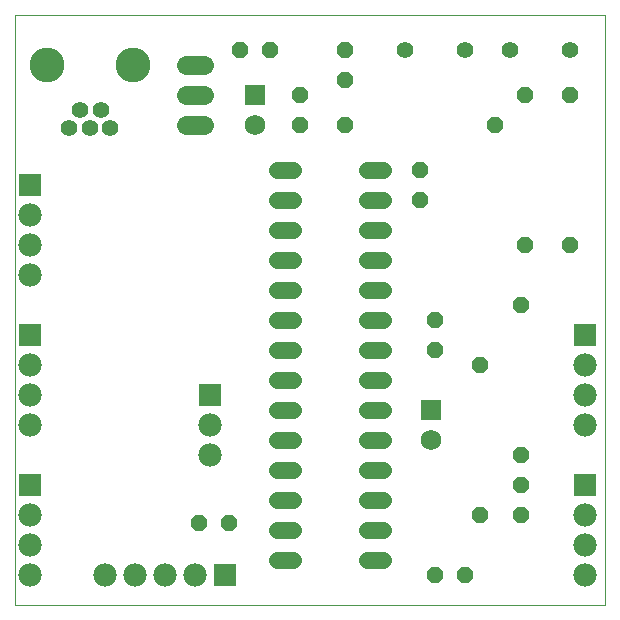
<source format=gts>
G75*
G70*
%OFA0B0*%
%FSLAX24Y24*%
%IPPOS*%
%LPD*%
%AMOC8*
5,1,8,0,0,1.08239X$1,22.5*
%
%ADD10C,0.0000*%
%ADD11R,0.0780X0.0780*%
%ADD12C,0.0780*%
%ADD13OC8,0.0560*%
%ADD14R,0.0690X0.0690*%
%ADD15C,0.0690*%
%ADD16C,0.0640*%
%ADD17C,0.0555*%
%ADD18C,0.1162*%
%ADD19C,0.0560*%
D10*
X000181Y000181D02*
X000181Y019866D01*
X019866Y019866D01*
X019866Y000181D01*
X000181Y000181D01*
D11*
X000681Y004181D03*
X000681Y009181D03*
X000681Y014181D03*
X006681Y007181D03*
X007181Y001181D03*
X019181Y004181D03*
X019181Y009181D03*
D12*
X019181Y008181D03*
X019181Y007181D03*
X019181Y006181D03*
X019181Y003181D03*
X019181Y002181D03*
X019181Y001181D03*
X006681Y005181D03*
X006681Y006181D03*
X006181Y001181D03*
X005181Y001181D03*
X004181Y001181D03*
X003181Y001181D03*
X000681Y001181D03*
X000681Y002181D03*
X000681Y003181D03*
X000681Y006181D03*
X000681Y007181D03*
X000681Y008181D03*
X000681Y011181D03*
X000681Y012181D03*
X000681Y013181D03*
D13*
X007681Y018681D03*
X008681Y018681D03*
X009681Y017181D03*
X009681Y016181D03*
X011181Y016181D03*
X011181Y017681D03*
X011181Y018681D03*
X013681Y014681D03*
X013681Y013681D03*
X016181Y016181D03*
X017181Y017181D03*
X018681Y017181D03*
X018681Y012181D03*
X017181Y012181D03*
X017056Y010181D03*
X015681Y008181D03*
X014181Y008681D03*
X014181Y009681D03*
X017056Y005181D03*
X017056Y004181D03*
X017056Y003181D03*
X015681Y003181D03*
X015181Y001181D03*
X014181Y001181D03*
X007306Y002931D03*
X006306Y002931D03*
D14*
X014056Y006681D03*
X008181Y017181D03*
D15*
X008181Y016181D03*
X014056Y005681D03*
D16*
X006481Y016181D02*
X005881Y016181D01*
X005881Y017181D02*
X006481Y017181D01*
X006481Y018181D02*
X005881Y018181D01*
D17*
X003351Y016081D03*
X002681Y016081D03*
X002351Y016701D03*
X001981Y016081D03*
X003041Y016701D03*
X013181Y018681D03*
X015181Y018681D03*
X016681Y018681D03*
X018681Y018681D03*
D18*
X004118Y018181D03*
X001244Y018181D03*
D19*
X008921Y014681D02*
X009441Y014681D01*
X009441Y013681D02*
X008921Y013681D01*
X008921Y012681D02*
X009441Y012681D01*
X009441Y011681D02*
X008921Y011681D01*
X008921Y010681D02*
X009441Y010681D01*
X009441Y009681D02*
X008921Y009681D01*
X008921Y008681D02*
X009441Y008681D01*
X009441Y007681D02*
X008921Y007681D01*
X008921Y006681D02*
X009441Y006681D01*
X009441Y005681D02*
X008921Y005681D01*
X008921Y004681D02*
X009441Y004681D01*
X009441Y003681D02*
X008921Y003681D01*
X008921Y002681D02*
X009441Y002681D01*
X009441Y001681D02*
X008921Y001681D01*
X011921Y001681D02*
X012441Y001681D01*
X012441Y002681D02*
X011921Y002681D01*
X011921Y003681D02*
X012441Y003681D01*
X012441Y004681D02*
X011921Y004681D01*
X011921Y005681D02*
X012441Y005681D01*
X012441Y006681D02*
X011921Y006681D01*
X011921Y007681D02*
X012441Y007681D01*
X012441Y008681D02*
X011921Y008681D01*
X011921Y009681D02*
X012441Y009681D01*
X012441Y010681D02*
X011921Y010681D01*
X011921Y011681D02*
X012441Y011681D01*
X012441Y012681D02*
X011921Y012681D01*
X011921Y013681D02*
X012441Y013681D01*
X012441Y014681D02*
X011921Y014681D01*
M02*

</source>
